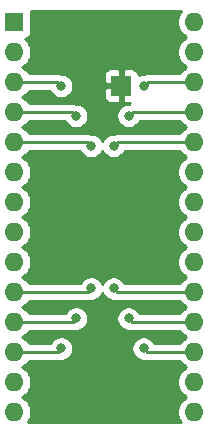
<source format=gbl>
G04 #@! TF.GenerationSoftware,KiCad,Pcbnew,(5.1.8)-1*
G04 #@! TF.CreationDate,2023-02-07T01:20:16+09:00*
G04 #@! TF.ProjectId,DIP28SSOP32_1mm,44495032-3853-4534-9f50-33325f316d6d,rev?*
G04 #@! TF.SameCoordinates,PXa9a2ce8PY790b418*
G04 #@! TF.FileFunction,Copper,L2,Bot*
G04 #@! TF.FilePolarity,Positive*
%FSLAX46Y46*%
G04 Gerber Fmt 4.6, Leading zero omitted, Abs format (unit mm)*
G04 Created by KiCad (PCBNEW (5.1.8)-1) date 2023-02-07 01:20:16*
%MOMM*%
%LPD*%
G01*
G04 APERTURE LIST*
G04 #@! TA.AperFunction,ComponentPad*
%ADD10R,1.700000X1.700000*%
G04 #@! TD*
G04 #@! TA.AperFunction,ComponentPad*
%ADD11O,1.600000X1.600000*%
G04 #@! TD*
G04 #@! TA.AperFunction,ComponentPad*
%ADD12R,1.600000X1.600000*%
G04 #@! TD*
G04 #@! TA.AperFunction,ViaPad*
%ADD13C,0.800000*%
G04 #@! TD*
G04 #@! TA.AperFunction,Conductor*
%ADD14C,0.250000*%
G04 #@! TD*
G04 #@! TA.AperFunction,Conductor*
%ADD15C,0.254000*%
G04 #@! TD*
G04 #@! TA.AperFunction,Conductor*
%ADD16C,0.100000*%
G04 #@! TD*
G04 APERTURE END LIST*
D10*
X10083800Y29133800D03*
D11*
X16286800Y34548800D03*
X1046800Y1528800D03*
X16286800Y32008800D03*
X1046800Y4068800D03*
X16286800Y29468800D03*
X1046800Y6608800D03*
X16286800Y26928800D03*
X1046800Y9148800D03*
X16286800Y24388800D03*
X1046800Y11688800D03*
X16286800Y21848800D03*
X1046800Y14228800D03*
X16286800Y19308800D03*
X1046800Y16768800D03*
X16286800Y16768800D03*
X1046800Y19308800D03*
X16286800Y14228800D03*
X1046800Y21848800D03*
X16286800Y11688800D03*
X1046800Y24388800D03*
X16286800Y9148800D03*
X1046800Y26928800D03*
X16286800Y6608800D03*
X1046800Y29468800D03*
X16286800Y4068800D03*
X1046800Y32008800D03*
X16286800Y1528800D03*
D12*
X1046800Y34548800D03*
D13*
X8559800Y22529800D03*
X8559800Y9448800D03*
X6273800Y26593800D03*
X11988800Y29133800D03*
X5003800Y6908800D03*
X10718800Y26593800D03*
X6273800Y9448800D03*
X9448800Y24053800D03*
X7543800Y11988800D03*
X9448800Y11988800D03*
X7543800Y24053800D03*
X10718800Y9448800D03*
X11988800Y6908800D03*
X5003800Y29133800D03*
D14*
X1046800Y26928800D02*
X5938800Y26928800D01*
X5938800Y26928800D02*
X6273800Y26593800D01*
X6273800Y26593800D02*
X6273800Y26593800D01*
X16286800Y29468800D02*
X12323800Y29468800D01*
X12323800Y29468800D02*
X11988800Y29133800D01*
X11988800Y29133800D02*
X11988800Y29133800D01*
X1046800Y6608800D02*
X4703800Y6608800D01*
X4703800Y6608800D02*
X5003800Y6908800D01*
X5003800Y6908800D02*
X5003800Y6908800D01*
X16286800Y26928800D02*
X11053800Y26928800D01*
X11053800Y26928800D02*
X10718800Y26593800D01*
X10718800Y26593800D02*
X10718800Y26593800D01*
X1046800Y9148800D02*
X5973800Y9148800D01*
X6273800Y9448800D02*
X6273800Y9448800D01*
X6273800Y9448800D02*
X5973800Y9148800D01*
X16286800Y24388800D02*
X9783800Y24388800D01*
X9783800Y24388800D02*
X9448800Y24053800D01*
X9448800Y24053800D02*
X9448800Y24053800D01*
X1046800Y11688800D02*
X7243800Y11688800D01*
X7243800Y11688800D02*
X7543800Y11988800D01*
X7543800Y11988800D02*
X7543800Y11988800D01*
X16286800Y11688800D02*
X9748800Y11688800D01*
X9748800Y11688800D02*
X9448800Y11988800D01*
X9448800Y11988800D02*
X9448800Y11988800D01*
X1046800Y24388800D02*
X7208800Y24388800D01*
X7208800Y24388800D02*
X7543800Y24053800D01*
X7543800Y24053800D02*
X7543800Y24053800D01*
X16286800Y9148800D02*
X11018800Y9148800D01*
X11018800Y9148800D02*
X10718800Y9448800D01*
X10718800Y9448800D02*
X10718800Y9448800D01*
X16286800Y6608800D02*
X12288800Y6608800D01*
X12288800Y6608800D02*
X11988800Y6908800D01*
X11988800Y6908800D02*
X11988800Y6908800D01*
X1046800Y29468800D02*
X4668800Y29468800D01*
X4668800Y29468800D02*
X5003800Y29133800D01*
X5003800Y29133800D02*
X5003800Y29133800D01*
D15*
X8531595Y11498544D02*
X8644863Y11329026D01*
X8789026Y11184863D01*
X8958544Y11071595D01*
X9146902Y10993574D01*
X9346861Y10953800D01*
X9550739Y10953800D01*
X9552498Y10954150D01*
X9599814Y10939797D01*
X9711467Y10928800D01*
X9711476Y10928800D01*
X9748799Y10925124D01*
X9786122Y10928800D01*
X15068757Y10928800D01*
X15172163Y10774041D01*
X15372041Y10574163D01*
X15604559Y10418800D01*
X15372041Y10263437D01*
X15172163Y10063559D01*
X15068757Y9908800D01*
X11648538Y9908800D01*
X11636005Y9939056D01*
X11522737Y10108574D01*
X11378574Y10252737D01*
X11209056Y10366005D01*
X11020698Y10444026D01*
X10820739Y10483800D01*
X10616861Y10483800D01*
X10416902Y10444026D01*
X10228544Y10366005D01*
X10059026Y10252737D01*
X9914863Y10108574D01*
X9801595Y9939056D01*
X9723574Y9750698D01*
X9683800Y9550739D01*
X9683800Y9346861D01*
X9723574Y9146902D01*
X9801595Y8958544D01*
X9914863Y8789026D01*
X10059026Y8644863D01*
X10228544Y8531595D01*
X10416902Y8453574D01*
X10616861Y8413800D01*
X10820739Y8413800D01*
X10822498Y8414150D01*
X10869814Y8399797D01*
X10981467Y8388800D01*
X10981476Y8388800D01*
X11018799Y8385124D01*
X11056122Y8388800D01*
X15068757Y8388800D01*
X15172163Y8234041D01*
X15372041Y8034163D01*
X15604559Y7878800D01*
X15372041Y7723437D01*
X15172163Y7523559D01*
X15068757Y7368800D01*
X12918538Y7368800D01*
X12906005Y7399056D01*
X12792737Y7568574D01*
X12648574Y7712737D01*
X12479056Y7826005D01*
X12290698Y7904026D01*
X12090739Y7943800D01*
X11886861Y7943800D01*
X11686902Y7904026D01*
X11498544Y7826005D01*
X11329026Y7712737D01*
X11184863Y7568574D01*
X11071595Y7399056D01*
X10993574Y7210698D01*
X10953800Y7010739D01*
X10953800Y6806861D01*
X10993574Y6606902D01*
X11071595Y6418544D01*
X11184863Y6249026D01*
X11329026Y6104863D01*
X11498544Y5991595D01*
X11686902Y5913574D01*
X11886861Y5873800D01*
X12090739Y5873800D01*
X12092498Y5874150D01*
X12139814Y5859797D01*
X12251467Y5848800D01*
X12251476Y5848800D01*
X12288799Y5845124D01*
X12326122Y5848800D01*
X15068757Y5848800D01*
X15172163Y5694041D01*
X15372041Y5494163D01*
X15604559Y5338800D01*
X15372041Y5183437D01*
X15172163Y4983559D01*
X15015120Y4748527D01*
X14906947Y4487374D01*
X14851800Y4210135D01*
X14851800Y3927465D01*
X14906947Y3650226D01*
X15015120Y3389073D01*
X15172163Y3154041D01*
X15372041Y2954163D01*
X15604559Y2798800D01*
X15372041Y2643437D01*
X15172163Y2443559D01*
X15015120Y2208527D01*
X14906947Y1947374D01*
X14851800Y1670135D01*
X14851800Y1387465D01*
X14906947Y1110226D01*
X15015120Y849073D01*
X15141454Y660000D01*
X2192146Y660000D01*
X2318480Y849073D01*
X2426653Y1110226D01*
X2481800Y1387465D01*
X2481800Y1670135D01*
X2426653Y1947374D01*
X2318480Y2208527D01*
X2161437Y2443559D01*
X1961559Y2643437D01*
X1729041Y2798800D01*
X1961559Y2954163D01*
X2161437Y3154041D01*
X2318480Y3389073D01*
X2426653Y3650226D01*
X2481800Y3927465D01*
X2481800Y4210135D01*
X2426653Y4487374D01*
X2318480Y4748527D01*
X2161437Y4983559D01*
X1961559Y5183437D01*
X1729041Y5338800D01*
X1961559Y5494163D01*
X2161437Y5694041D01*
X2264843Y5848800D01*
X4666478Y5848800D01*
X4703800Y5845124D01*
X4741122Y5848800D01*
X4741133Y5848800D01*
X4852786Y5859797D01*
X4900102Y5874150D01*
X4901861Y5873800D01*
X5105739Y5873800D01*
X5305698Y5913574D01*
X5494056Y5991595D01*
X5663574Y6104863D01*
X5807737Y6249026D01*
X5921005Y6418544D01*
X5999026Y6606902D01*
X6038800Y6806861D01*
X6038800Y7010739D01*
X5999026Y7210698D01*
X5921005Y7399056D01*
X5807737Y7568574D01*
X5663574Y7712737D01*
X5494056Y7826005D01*
X5305698Y7904026D01*
X5105739Y7943800D01*
X4901861Y7943800D01*
X4701902Y7904026D01*
X4513544Y7826005D01*
X4344026Y7712737D01*
X4199863Y7568574D01*
X4086595Y7399056D01*
X4074062Y7368800D01*
X2264843Y7368800D01*
X2161437Y7523559D01*
X1961559Y7723437D01*
X1729041Y7878800D01*
X1961559Y8034163D01*
X2161437Y8234041D01*
X2264843Y8388800D01*
X5936478Y8388800D01*
X5973800Y8385124D01*
X6011122Y8388800D01*
X6011133Y8388800D01*
X6122786Y8399797D01*
X6170102Y8414150D01*
X6171861Y8413800D01*
X6375739Y8413800D01*
X6575698Y8453574D01*
X6764056Y8531595D01*
X6933574Y8644863D01*
X7077737Y8789026D01*
X7191005Y8958544D01*
X7269026Y9146902D01*
X7308800Y9346861D01*
X7308800Y9550739D01*
X7269026Y9750698D01*
X7191005Y9939056D01*
X7077737Y10108574D01*
X6933574Y10252737D01*
X6764056Y10366005D01*
X6575698Y10444026D01*
X6375739Y10483800D01*
X6171861Y10483800D01*
X5971902Y10444026D01*
X5783544Y10366005D01*
X5614026Y10252737D01*
X5469863Y10108574D01*
X5356595Y9939056D01*
X5344062Y9908800D01*
X2264843Y9908800D01*
X2161437Y10063559D01*
X1961559Y10263437D01*
X1729041Y10418800D01*
X1961559Y10574163D01*
X2161437Y10774041D01*
X2264843Y10928800D01*
X7206478Y10928800D01*
X7243800Y10925124D01*
X7281122Y10928800D01*
X7281133Y10928800D01*
X7392786Y10939797D01*
X7440102Y10954150D01*
X7441861Y10953800D01*
X7645739Y10953800D01*
X7845698Y10993574D01*
X8034056Y11071595D01*
X8203574Y11184863D01*
X8347737Y11329026D01*
X8461005Y11498544D01*
X8496300Y11583753D01*
X8531595Y11498544D01*
G04 #@! TA.AperFunction,Conductor*
D16*
G36*
X8531595Y11498544D02*
G01*
X8644863Y11329026D01*
X8789026Y11184863D01*
X8958544Y11071595D01*
X9146902Y10993574D01*
X9346861Y10953800D01*
X9550739Y10953800D01*
X9552498Y10954150D01*
X9599814Y10939797D01*
X9711467Y10928800D01*
X9711476Y10928800D01*
X9748799Y10925124D01*
X9786122Y10928800D01*
X15068757Y10928800D01*
X15172163Y10774041D01*
X15372041Y10574163D01*
X15604559Y10418800D01*
X15372041Y10263437D01*
X15172163Y10063559D01*
X15068757Y9908800D01*
X11648538Y9908800D01*
X11636005Y9939056D01*
X11522737Y10108574D01*
X11378574Y10252737D01*
X11209056Y10366005D01*
X11020698Y10444026D01*
X10820739Y10483800D01*
X10616861Y10483800D01*
X10416902Y10444026D01*
X10228544Y10366005D01*
X10059026Y10252737D01*
X9914863Y10108574D01*
X9801595Y9939056D01*
X9723574Y9750698D01*
X9683800Y9550739D01*
X9683800Y9346861D01*
X9723574Y9146902D01*
X9801595Y8958544D01*
X9914863Y8789026D01*
X10059026Y8644863D01*
X10228544Y8531595D01*
X10416902Y8453574D01*
X10616861Y8413800D01*
X10820739Y8413800D01*
X10822498Y8414150D01*
X10869814Y8399797D01*
X10981467Y8388800D01*
X10981476Y8388800D01*
X11018799Y8385124D01*
X11056122Y8388800D01*
X15068757Y8388800D01*
X15172163Y8234041D01*
X15372041Y8034163D01*
X15604559Y7878800D01*
X15372041Y7723437D01*
X15172163Y7523559D01*
X15068757Y7368800D01*
X12918538Y7368800D01*
X12906005Y7399056D01*
X12792737Y7568574D01*
X12648574Y7712737D01*
X12479056Y7826005D01*
X12290698Y7904026D01*
X12090739Y7943800D01*
X11886861Y7943800D01*
X11686902Y7904026D01*
X11498544Y7826005D01*
X11329026Y7712737D01*
X11184863Y7568574D01*
X11071595Y7399056D01*
X10993574Y7210698D01*
X10953800Y7010739D01*
X10953800Y6806861D01*
X10993574Y6606902D01*
X11071595Y6418544D01*
X11184863Y6249026D01*
X11329026Y6104863D01*
X11498544Y5991595D01*
X11686902Y5913574D01*
X11886861Y5873800D01*
X12090739Y5873800D01*
X12092498Y5874150D01*
X12139814Y5859797D01*
X12251467Y5848800D01*
X12251476Y5848800D01*
X12288799Y5845124D01*
X12326122Y5848800D01*
X15068757Y5848800D01*
X15172163Y5694041D01*
X15372041Y5494163D01*
X15604559Y5338800D01*
X15372041Y5183437D01*
X15172163Y4983559D01*
X15015120Y4748527D01*
X14906947Y4487374D01*
X14851800Y4210135D01*
X14851800Y3927465D01*
X14906947Y3650226D01*
X15015120Y3389073D01*
X15172163Y3154041D01*
X15372041Y2954163D01*
X15604559Y2798800D01*
X15372041Y2643437D01*
X15172163Y2443559D01*
X15015120Y2208527D01*
X14906947Y1947374D01*
X14851800Y1670135D01*
X14851800Y1387465D01*
X14906947Y1110226D01*
X15015120Y849073D01*
X15141454Y660000D01*
X2192146Y660000D01*
X2318480Y849073D01*
X2426653Y1110226D01*
X2481800Y1387465D01*
X2481800Y1670135D01*
X2426653Y1947374D01*
X2318480Y2208527D01*
X2161437Y2443559D01*
X1961559Y2643437D01*
X1729041Y2798800D01*
X1961559Y2954163D01*
X2161437Y3154041D01*
X2318480Y3389073D01*
X2426653Y3650226D01*
X2481800Y3927465D01*
X2481800Y4210135D01*
X2426653Y4487374D01*
X2318480Y4748527D01*
X2161437Y4983559D01*
X1961559Y5183437D01*
X1729041Y5338800D01*
X1961559Y5494163D01*
X2161437Y5694041D01*
X2264843Y5848800D01*
X4666478Y5848800D01*
X4703800Y5845124D01*
X4741122Y5848800D01*
X4741133Y5848800D01*
X4852786Y5859797D01*
X4900102Y5874150D01*
X4901861Y5873800D01*
X5105739Y5873800D01*
X5305698Y5913574D01*
X5494056Y5991595D01*
X5663574Y6104863D01*
X5807737Y6249026D01*
X5921005Y6418544D01*
X5999026Y6606902D01*
X6038800Y6806861D01*
X6038800Y7010739D01*
X5999026Y7210698D01*
X5921005Y7399056D01*
X5807737Y7568574D01*
X5663574Y7712737D01*
X5494056Y7826005D01*
X5305698Y7904026D01*
X5105739Y7943800D01*
X4901861Y7943800D01*
X4701902Y7904026D01*
X4513544Y7826005D01*
X4344026Y7712737D01*
X4199863Y7568574D01*
X4086595Y7399056D01*
X4074062Y7368800D01*
X2264843Y7368800D01*
X2161437Y7523559D01*
X1961559Y7723437D01*
X1729041Y7878800D01*
X1961559Y8034163D01*
X2161437Y8234041D01*
X2264843Y8388800D01*
X5936478Y8388800D01*
X5973800Y8385124D01*
X6011122Y8388800D01*
X6011133Y8388800D01*
X6122786Y8399797D01*
X6170102Y8414150D01*
X6171861Y8413800D01*
X6375739Y8413800D01*
X6575698Y8453574D01*
X6764056Y8531595D01*
X6933574Y8644863D01*
X7077737Y8789026D01*
X7191005Y8958544D01*
X7269026Y9146902D01*
X7308800Y9346861D01*
X7308800Y9550739D01*
X7269026Y9750698D01*
X7191005Y9939056D01*
X7077737Y10108574D01*
X6933574Y10252737D01*
X6764056Y10366005D01*
X6575698Y10444026D01*
X6375739Y10483800D01*
X6171861Y10483800D01*
X5971902Y10444026D01*
X5783544Y10366005D01*
X5614026Y10252737D01*
X5469863Y10108574D01*
X5356595Y9939056D01*
X5344062Y9908800D01*
X2264843Y9908800D01*
X2161437Y10063559D01*
X1961559Y10263437D01*
X1729041Y10418800D01*
X1961559Y10574163D01*
X2161437Y10774041D01*
X2264843Y10928800D01*
X7206478Y10928800D01*
X7243800Y10925124D01*
X7281122Y10928800D01*
X7281133Y10928800D01*
X7392786Y10939797D01*
X7440102Y10954150D01*
X7441861Y10953800D01*
X7645739Y10953800D01*
X7845698Y10993574D01*
X8034056Y11071595D01*
X8203574Y11184863D01*
X8347737Y11329026D01*
X8461005Y11498544D01*
X8496300Y11583753D01*
X8531595Y11498544D01*
G37*
G04 #@! TD.AperFunction*
D15*
X8531595Y23563544D02*
X8644863Y23394026D01*
X8789026Y23249863D01*
X8958544Y23136595D01*
X9146902Y23058574D01*
X9346861Y23018800D01*
X9550739Y23018800D01*
X9750698Y23058574D01*
X9939056Y23136595D01*
X10108574Y23249863D01*
X10252737Y23394026D01*
X10366005Y23563544D01*
X10393035Y23628800D01*
X15068757Y23628800D01*
X15172163Y23474041D01*
X15372041Y23274163D01*
X15604559Y23118800D01*
X15372041Y22963437D01*
X15172163Y22763559D01*
X15015120Y22528527D01*
X14906947Y22267374D01*
X14851800Y21990135D01*
X14851800Y21707465D01*
X14906947Y21430226D01*
X15015120Y21169073D01*
X15172163Y20934041D01*
X15372041Y20734163D01*
X15604559Y20578800D01*
X15372041Y20423437D01*
X15172163Y20223559D01*
X15015120Y19988527D01*
X14906947Y19727374D01*
X14851800Y19450135D01*
X14851800Y19167465D01*
X14906947Y18890226D01*
X15015120Y18629073D01*
X15172163Y18394041D01*
X15372041Y18194163D01*
X15604559Y18038800D01*
X15372041Y17883437D01*
X15172163Y17683559D01*
X15015120Y17448527D01*
X14906947Y17187374D01*
X14851800Y16910135D01*
X14851800Y16627465D01*
X14906947Y16350226D01*
X15015120Y16089073D01*
X15172163Y15854041D01*
X15372041Y15654163D01*
X15604559Y15498800D01*
X15372041Y15343437D01*
X15172163Y15143559D01*
X15015120Y14908527D01*
X14906947Y14647374D01*
X14851800Y14370135D01*
X14851800Y14087465D01*
X14906947Y13810226D01*
X15015120Y13549073D01*
X15172163Y13314041D01*
X15372041Y13114163D01*
X15604559Y12958800D01*
X15372041Y12803437D01*
X15172163Y12603559D01*
X15068757Y12448800D01*
X10378538Y12448800D01*
X10366005Y12479056D01*
X10252737Y12648574D01*
X10108574Y12792737D01*
X9939056Y12906005D01*
X9750698Y12984026D01*
X9550739Y13023800D01*
X9346861Y13023800D01*
X9146902Y12984026D01*
X8958544Y12906005D01*
X8789026Y12792737D01*
X8644863Y12648574D01*
X8531595Y12479056D01*
X8496300Y12393847D01*
X8461005Y12479056D01*
X8347737Y12648574D01*
X8203574Y12792737D01*
X8034056Y12906005D01*
X7845698Y12984026D01*
X7645739Y13023800D01*
X7441861Y13023800D01*
X7241902Y12984026D01*
X7053544Y12906005D01*
X6884026Y12792737D01*
X6739863Y12648574D01*
X6626595Y12479056D01*
X6614062Y12448800D01*
X2264843Y12448800D01*
X2161437Y12603559D01*
X1961559Y12803437D01*
X1729041Y12958800D01*
X1961559Y13114163D01*
X2161437Y13314041D01*
X2318480Y13549073D01*
X2426653Y13810226D01*
X2481800Y14087465D01*
X2481800Y14370135D01*
X2426653Y14647374D01*
X2318480Y14908527D01*
X2161437Y15143559D01*
X1961559Y15343437D01*
X1729041Y15498800D01*
X1961559Y15654163D01*
X2161437Y15854041D01*
X2318480Y16089073D01*
X2426653Y16350226D01*
X2481800Y16627465D01*
X2481800Y16910135D01*
X2426653Y17187374D01*
X2318480Y17448527D01*
X2161437Y17683559D01*
X1961559Y17883437D01*
X1729041Y18038800D01*
X1961559Y18194163D01*
X2161437Y18394041D01*
X2318480Y18629073D01*
X2426653Y18890226D01*
X2481800Y19167465D01*
X2481800Y19450135D01*
X2426653Y19727374D01*
X2318480Y19988527D01*
X2161437Y20223559D01*
X1961559Y20423437D01*
X1729041Y20578800D01*
X1961559Y20734163D01*
X2161437Y20934041D01*
X2318480Y21169073D01*
X2426653Y21430226D01*
X2481800Y21707465D01*
X2481800Y21990135D01*
X2426653Y22267374D01*
X2318480Y22528527D01*
X2161437Y22763559D01*
X1961559Y22963437D01*
X1729041Y23118800D01*
X1961559Y23274163D01*
X2161437Y23474041D01*
X2264843Y23628800D01*
X6599565Y23628800D01*
X6626595Y23563544D01*
X6739863Y23394026D01*
X6884026Y23249863D01*
X7053544Y23136595D01*
X7241902Y23058574D01*
X7441861Y23018800D01*
X7645739Y23018800D01*
X7845698Y23058574D01*
X8034056Y23136595D01*
X8203574Y23249863D01*
X8347737Y23394026D01*
X8461005Y23563544D01*
X8496300Y23648753D01*
X8531595Y23563544D01*
G04 #@! TA.AperFunction,Conductor*
D16*
G36*
X8531595Y23563544D02*
G01*
X8644863Y23394026D01*
X8789026Y23249863D01*
X8958544Y23136595D01*
X9146902Y23058574D01*
X9346861Y23018800D01*
X9550739Y23018800D01*
X9750698Y23058574D01*
X9939056Y23136595D01*
X10108574Y23249863D01*
X10252737Y23394026D01*
X10366005Y23563544D01*
X10393035Y23628800D01*
X15068757Y23628800D01*
X15172163Y23474041D01*
X15372041Y23274163D01*
X15604559Y23118800D01*
X15372041Y22963437D01*
X15172163Y22763559D01*
X15015120Y22528527D01*
X14906947Y22267374D01*
X14851800Y21990135D01*
X14851800Y21707465D01*
X14906947Y21430226D01*
X15015120Y21169073D01*
X15172163Y20934041D01*
X15372041Y20734163D01*
X15604559Y20578800D01*
X15372041Y20423437D01*
X15172163Y20223559D01*
X15015120Y19988527D01*
X14906947Y19727374D01*
X14851800Y19450135D01*
X14851800Y19167465D01*
X14906947Y18890226D01*
X15015120Y18629073D01*
X15172163Y18394041D01*
X15372041Y18194163D01*
X15604559Y18038800D01*
X15372041Y17883437D01*
X15172163Y17683559D01*
X15015120Y17448527D01*
X14906947Y17187374D01*
X14851800Y16910135D01*
X14851800Y16627465D01*
X14906947Y16350226D01*
X15015120Y16089073D01*
X15172163Y15854041D01*
X15372041Y15654163D01*
X15604559Y15498800D01*
X15372041Y15343437D01*
X15172163Y15143559D01*
X15015120Y14908527D01*
X14906947Y14647374D01*
X14851800Y14370135D01*
X14851800Y14087465D01*
X14906947Y13810226D01*
X15015120Y13549073D01*
X15172163Y13314041D01*
X15372041Y13114163D01*
X15604559Y12958800D01*
X15372041Y12803437D01*
X15172163Y12603559D01*
X15068757Y12448800D01*
X10378538Y12448800D01*
X10366005Y12479056D01*
X10252737Y12648574D01*
X10108574Y12792737D01*
X9939056Y12906005D01*
X9750698Y12984026D01*
X9550739Y13023800D01*
X9346861Y13023800D01*
X9146902Y12984026D01*
X8958544Y12906005D01*
X8789026Y12792737D01*
X8644863Y12648574D01*
X8531595Y12479056D01*
X8496300Y12393847D01*
X8461005Y12479056D01*
X8347737Y12648574D01*
X8203574Y12792737D01*
X8034056Y12906005D01*
X7845698Y12984026D01*
X7645739Y13023800D01*
X7441861Y13023800D01*
X7241902Y12984026D01*
X7053544Y12906005D01*
X6884026Y12792737D01*
X6739863Y12648574D01*
X6626595Y12479056D01*
X6614062Y12448800D01*
X2264843Y12448800D01*
X2161437Y12603559D01*
X1961559Y12803437D01*
X1729041Y12958800D01*
X1961559Y13114163D01*
X2161437Y13314041D01*
X2318480Y13549073D01*
X2426653Y13810226D01*
X2481800Y14087465D01*
X2481800Y14370135D01*
X2426653Y14647374D01*
X2318480Y14908527D01*
X2161437Y15143559D01*
X1961559Y15343437D01*
X1729041Y15498800D01*
X1961559Y15654163D01*
X2161437Y15854041D01*
X2318480Y16089073D01*
X2426653Y16350226D01*
X2481800Y16627465D01*
X2481800Y16910135D01*
X2426653Y17187374D01*
X2318480Y17448527D01*
X2161437Y17683559D01*
X1961559Y17883437D01*
X1729041Y18038800D01*
X1961559Y18194163D01*
X2161437Y18394041D01*
X2318480Y18629073D01*
X2426653Y18890226D01*
X2481800Y19167465D01*
X2481800Y19450135D01*
X2426653Y19727374D01*
X2318480Y19988527D01*
X2161437Y20223559D01*
X1961559Y20423437D01*
X1729041Y20578800D01*
X1961559Y20734163D01*
X2161437Y20934041D01*
X2318480Y21169073D01*
X2426653Y21430226D01*
X2481800Y21707465D01*
X2481800Y21990135D01*
X2426653Y22267374D01*
X2318480Y22528527D01*
X2161437Y22763559D01*
X1961559Y22963437D01*
X1729041Y23118800D01*
X1961559Y23274163D01*
X2161437Y23474041D01*
X2264843Y23628800D01*
X6599565Y23628800D01*
X6626595Y23563544D01*
X6739863Y23394026D01*
X6884026Y23249863D01*
X7053544Y23136595D01*
X7241902Y23058574D01*
X7441861Y23018800D01*
X7645739Y23018800D01*
X7845698Y23058574D01*
X8034056Y23136595D01*
X8203574Y23249863D01*
X8347737Y23394026D01*
X8461005Y23563544D01*
X8496300Y23648753D01*
X8531595Y23563544D01*
G37*
G04 #@! TD.AperFunction*
D15*
X15015120Y35228527D02*
X14906947Y34967374D01*
X14851800Y34690135D01*
X14851800Y34407465D01*
X14906947Y34130226D01*
X15015120Y33869073D01*
X15172163Y33634041D01*
X15372041Y33434163D01*
X15604559Y33278800D01*
X15372041Y33123437D01*
X15172163Y32923559D01*
X15015120Y32688527D01*
X14906947Y32427374D01*
X14851800Y32150135D01*
X14851800Y31867465D01*
X14906947Y31590226D01*
X15015120Y31329073D01*
X15172163Y31094041D01*
X15372041Y30894163D01*
X15604559Y30738800D01*
X15372041Y30583437D01*
X15172163Y30383559D01*
X15068757Y30228800D01*
X12361133Y30228800D01*
X12323800Y30232477D01*
X12286467Y30228800D01*
X12174814Y30217803D01*
X12031553Y30174346D01*
X12021177Y30168800D01*
X11886861Y30168800D01*
X11686902Y30129026D01*
X11562638Y30077554D01*
X11559612Y30108282D01*
X11523302Y30227980D01*
X11464337Y30338294D01*
X11384985Y30434985D01*
X11288294Y30514337D01*
X11177980Y30573302D01*
X11058282Y30609612D01*
X10933800Y30621872D01*
X10369550Y30618800D01*
X10210800Y30460050D01*
X10210800Y29260800D01*
X10230800Y29260800D01*
X10230800Y29006800D01*
X10210800Y29006800D01*
X10210800Y27807550D01*
X10369550Y27648800D01*
X10801450Y27646449D01*
X10761553Y27634346D01*
X10751177Y27628800D01*
X10616861Y27628800D01*
X10416902Y27589026D01*
X10228544Y27511005D01*
X10059026Y27397737D01*
X9914863Y27253574D01*
X9801595Y27084056D01*
X9723574Y26895698D01*
X9683800Y26695739D01*
X9683800Y26491861D01*
X9723574Y26291902D01*
X9801595Y26103544D01*
X9914863Y25934026D01*
X10059026Y25789863D01*
X10228544Y25676595D01*
X10416902Y25598574D01*
X10616861Y25558800D01*
X10820739Y25558800D01*
X11020698Y25598574D01*
X11209056Y25676595D01*
X11378574Y25789863D01*
X11522737Y25934026D01*
X11636005Y26103544D01*
X11663035Y26168800D01*
X15068757Y26168800D01*
X15172163Y26014041D01*
X15372041Y25814163D01*
X15604559Y25658800D01*
X15372041Y25503437D01*
X15172163Y25303559D01*
X15068757Y25148800D01*
X9821133Y25148800D01*
X9783800Y25152477D01*
X9746467Y25148800D01*
X9634814Y25137803D01*
X9491553Y25094346D01*
X9481177Y25088800D01*
X9346861Y25088800D01*
X9146902Y25049026D01*
X8958544Y24971005D01*
X8789026Y24857737D01*
X8644863Y24713574D01*
X8531595Y24544056D01*
X8496300Y24458847D01*
X8461005Y24544056D01*
X8347737Y24713574D01*
X8203574Y24857737D01*
X8034056Y24971005D01*
X7845698Y25049026D01*
X7645739Y25088800D01*
X7511423Y25088800D01*
X7501047Y25094346D01*
X7357786Y25137803D01*
X7246133Y25148800D01*
X7246122Y25148800D01*
X7208800Y25152476D01*
X7171478Y25148800D01*
X2264843Y25148800D01*
X2161437Y25303559D01*
X1961559Y25503437D01*
X1729041Y25658800D01*
X1961559Y25814163D01*
X2161437Y26014041D01*
X2264843Y26168800D01*
X5329565Y26168800D01*
X5356595Y26103544D01*
X5469863Y25934026D01*
X5614026Y25789863D01*
X5783544Y25676595D01*
X5971902Y25598574D01*
X6171861Y25558800D01*
X6375739Y25558800D01*
X6575698Y25598574D01*
X6764056Y25676595D01*
X6933574Y25789863D01*
X7077737Y25934026D01*
X7191005Y26103544D01*
X7269026Y26291902D01*
X7308800Y26491861D01*
X7308800Y26695739D01*
X7269026Y26895698D01*
X7191005Y27084056D01*
X7077737Y27253574D01*
X6933574Y27397737D01*
X6764056Y27511005D01*
X6575698Y27589026D01*
X6375739Y27628800D01*
X6241423Y27628800D01*
X6231047Y27634346D01*
X6087786Y27677803D01*
X5976133Y27688800D01*
X5976122Y27688800D01*
X5938800Y27692476D01*
X5901478Y27688800D01*
X2264843Y27688800D01*
X2161437Y27843559D01*
X1961559Y28043437D01*
X1729041Y28198800D01*
X1961559Y28354163D01*
X2161437Y28554041D01*
X2264843Y28708800D01*
X4059565Y28708800D01*
X4086595Y28643544D01*
X4199863Y28474026D01*
X4344026Y28329863D01*
X4513544Y28216595D01*
X4701902Y28138574D01*
X4901861Y28098800D01*
X5105739Y28098800D01*
X5305698Y28138574D01*
X5494056Y28216595D01*
X5594635Y28283800D01*
X8595728Y28283800D01*
X8607988Y28159318D01*
X8644298Y28039620D01*
X8703263Y27929306D01*
X8782615Y27832615D01*
X8879306Y27753263D01*
X8989620Y27694298D01*
X9109318Y27657988D01*
X9233800Y27645728D01*
X9798050Y27648800D01*
X9956800Y27807550D01*
X9956800Y29006800D01*
X8757550Y29006800D01*
X8598800Y28848050D01*
X8595728Y28283800D01*
X5594635Y28283800D01*
X5663574Y28329863D01*
X5807737Y28474026D01*
X5921005Y28643544D01*
X5999026Y28831902D01*
X6038800Y29031861D01*
X6038800Y29235739D01*
X5999026Y29435698D01*
X5921005Y29624056D01*
X5807737Y29793574D01*
X5663574Y29937737D01*
X5594636Y29983800D01*
X8595728Y29983800D01*
X8598800Y29419550D01*
X8757550Y29260800D01*
X9956800Y29260800D01*
X9956800Y30460050D01*
X9798050Y30618800D01*
X9233800Y30621872D01*
X9109318Y30609612D01*
X8989620Y30573302D01*
X8879306Y30514337D01*
X8782615Y30434985D01*
X8703263Y30338294D01*
X8644298Y30227980D01*
X8607988Y30108282D01*
X8595728Y29983800D01*
X5594636Y29983800D01*
X5494056Y30051005D01*
X5305698Y30129026D01*
X5105739Y30168800D01*
X4971423Y30168800D01*
X4961047Y30174346D01*
X4817786Y30217803D01*
X4706133Y30228800D01*
X4706122Y30228800D01*
X4668800Y30232476D01*
X4631478Y30228800D01*
X2264843Y30228800D01*
X2161437Y30383559D01*
X1961559Y30583437D01*
X1729041Y30738800D01*
X1961559Y30894163D01*
X2161437Y31094041D01*
X2318480Y31329073D01*
X2426653Y31590226D01*
X2481800Y31867465D01*
X2481800Y32150135D01*
X2426653Y32427374D01*
X2318480Y32688527D01*
X2161437Y32923559D01*
X1962839Y33122157D01*
X1971282Y33122988D01*
X2090980Y33159298D01*
X2201294Y33218263D01*
X2297985Y33297615D01*
X2377337Y33394306D01*
X2436302Y33504620D01*
X2472612Y33624318D01*
X2484872Y33748800D01*
X2484872Y35348800D01*
X2476540Y35433400D01*
X15152011Y35433400D01*
X15015120Y35228527D01*
G04 #@! TA.AperFunction,Conductor*
D16*
G36*
X15015120Y35228527D02*
G01*
X14906947Y34967374D01*
X14851800Y34690135D01*
X14851800Y34407465D01*
X14906947Y34130226D01*
X15015120Y33869073D01*
X15172163Y33634041D01*
X15372041Y33434163D01*
X15604559Y33278800D01*
X15372041Y33123437D01*
X15172163Y32923559D01*
X15015120Y32688527D01*
X14906947Y32427374D01*
X14851800Y32150135D01*
X14851800Y31867465D01*
X14906947Y31590226D01*
X15015120Y31329073D01*
X15172163Y31094041D01*
X15372041Y30894163D01*
X15604559Y30738800D01*
X15372041Y30583437D01*
X15172163Y30383559D01*
X15068757Y30228800D01*
X12361133Y30228800D01*
X12323800Y30232477D01*
X12286467Y30228800D01*
X12174814Y30217803D01*
X12031553Y30174346D01*
X12021177Y30168800D01*
X11886861Y30168800D01*
X11686902Y30129026D01*
X11562638Y30077554D01*
X11559612Y30108282D01*
X11523302Y30227980D01*
X11464337Y30338294D01*
X11384985Y30434985D01*
X11288294Y30514337D01*
X11177980Y30573302D01*
X11058282Y30609612D01*
X10933800Y30621872D01*
X10369550Y30618800D01*
X10210800Y30460050D01*
X10210800Y29260800D01*
X10230800Y29260800D01*
X10230800Y29006800D01*
X10210800Y29006800D01*
X10210800Y27807550D01*
X10369550Y27648800D01*
X10801450Y27646449D01*
X10761553Y27634346D01*
X10751177Y27628800D01*
X10616861Y27628800D01*
X10416902Y27589026D01*
X10228544Y27511005D01*
X10059026Y27397737D01*
X9914863Y27253574D01*
X9801595Y27084056D01*
X9723574Y26895698D01*
X9683800Y26695739D01*
X9683800Y26491861D01*
X9723574Y26291902D01*
X9801595Y26103544D01*
X9914863Y25934026D01*
X10059026Y25789863D01*
X10228544Y25676595D01*
X10416902Y25598574D01*
X10616861Y25558800D01*
X10820739Y25558800D01*
X11020698Y25598574D01*
X11209056Y25676595D01*
X11378574Y25789863D01*
X11522737Y25934026D01*
X11636005Y26103544D01*
X11663035Y26168800D01*
X15068757Y26168800D01*
X15172163Y26014041D01*
X15372041Y25814163D01*
X15604559Y25658800D01*
X15372041Y25503437D01*
X15172163Y25303559D01*
X15068757Y25148800D01*
X9821133Y25148800D01*
X9783800Y25152477D01*
X9746467Y25148800D01*
X9634814Y25137803D01*
X9491553Y25094346D01*
X9481177Y25088800D01*
X9346861Y25088800D01*
X9146902Y25049026D01*
X8958544Y24971005D01*
X8789026Y24857737D01*
X8644863Y24713574D01*
X8531595Y24544056D01*
X8496300Y24458847D01*
X8461005Y24544056D01*
X8347737Y24713574D01*
X8203574Y24857737D01*
X8034056Y24971005D01*
X7845698Y25049026D01*
X7645739Y25088800D01*
X7511423Y25088800D01*
X7501047Y25094346D01*
X7357786Y25137803D01*
X7246133Y25148800D01*
X7246122Y25148800D01*
X7208800Y25152476D01*
X7171478Y25148800D01*
X2264843Y25148800D01*
X2161437Y25303559D01*
X1961559Y25503437D01*
X1729041Y25658800D01*
X1961559Y25814163D01*
X2161437Y26014041D01*
X2264843Y26168800D01*
X5329565Y26168800D01*
X5356595Y26103544D01*
X5469863Y25934026D01*
X5614026Y25789863D01*
X5783544Y25676595D01*
X5971902Y25598574D01*
X6171861Y25558800D01*
X6375739Y25558800D01*
X6575698Y25598574D01*
X6764056Y25676595D01*
X6933574Y25789863D01*
X7077737Y25934026D01*
X7191005Y26103544D01*
X7269026Y26291902D01*
X7308800Y26491861D01*
X7308800Y26695739D01*
X7269026Y26895698D01*
X7191005Y27084056D01*
X7077737Y27253574D01*
X6933574Y27397737D01*
X6764056Y27511005D01*
X6575698Y27589026D01*
X6375739Y27628800D01*
X6241423Y27628800D01*
X6231047Y27634346D01*
X6087786Y27677803D01*
X5976133Y27688800D01*
X5976122Y27688800D01*
X5938800Y27692476D01*
X5901478Y27688800D01*
X2264843Y27688800D01*
X2161437Y27843559D01*
X1961559Y28043437D01*
X1729041Y28198800D01*
X1961559Y28354163D01*
X2161437Y28554041D01*
X2264843Y28708800D01*
X4059565Y28708800D01*
X4086595Y28643544D01*
X4199863Y28474026D01*
X4344026Y28329863D01*
X4513544Y28216595D01*
X4701902Y28138574D01*
X4901861Y28098800D01*
X5105739Y28098800D01*
X5305698Y28138574D01*
X5494056Y28216595D01*
X5594635Y28283800D01*
X8595728Y28283800D01*
X8607988Y28159318D01*
X8644298Y28039620D01*
X8703263Y27929306D01*
X8782615Y27832615D01*
X8879306Y27753263D01*
X8989620Y27694298D01*
X9109318Y27657988D01*
X9233800Y27645728D01*
X9798050Y27648800D01*
X9956800Y27807550D01*
X9956800Y29006800D01*
X8757550Y29006800D01*
X8598800Y28848050D01*
X8595728Y28283800D01*
X5594635Y28283800D01*
X5663574Y28329863D01*
X5807737Y28474026D01*
X5921005Y28643544D01*
X5999026Y28831902D01*
X6038800Y29031861D01*
X6038800Y29235739D01*
X5999026Y29435698D01*
X5921005Y29624056D01*
X5807737Y29793574D01*
X5663574Y29937737D01*
X5594636Y29983800D01*
X8595728Y29983800D01*
X8598800Y29419550D01*
X8757550Y29260800D01*
X9956800Y29260800D01*
X9956800Y30460050D01*
X9798050Y30618800D01*
X9233800Y30621872D01*
X9109318Y30609612D01*
X8989620Y30573302D01*
X8879306Y30514337D01*
X8782615Y30434985D01*
X8703263Y30338294D01*
X8644298Y30227980D01*
X8607988Y30108282D01*
X8595728Y29983800D01*
X5594636Y29983800D01*
X5494056Y30051005D01*
X5305698Y30129026D01*
X5105739Y30168800D01*
X4971423Y30168800D01*
X4961047Y30174346D01*
X4817786Y30217803D01*
X4706133Y30228800D01*
X4706122Y30228800D01*
X4668800Y30232476D01*
X4631478Y30228800D01*
X2264843Y30228800D01*
X2161437Y30383559D01*
X1961559Y30583437D01*
X1729041Y30738800D01*
X1961559Y30894163D01*
X2161437Y31094041D01*
X2318480Y31329073D01*
X2426653Y31590226D01*
X2481800Y31867465D01*
X2481800Y32150135D01*
X2426653Y32427374D01*
X2318480Y32688527D01*
X2161437Y32923559D01*
X1962839Y33122157D01*
X1971282Y33122988D01*
X2090980Y33159298D01*
X2201294Y33218263D01*
X2297985Y33297615D01*
X2377337Y33394306D01*
X2436302Y33504620D01*
X2472612Y33624318D01*
X2484872Y33748800D01*
X2484872Y35348800D01*
X2476540Y35433400D01*
X15152011Y35433400D01*
X15015120Y35228527D01*
G37*
G04 #@! TD.AperFunction*
M02*

</source>
